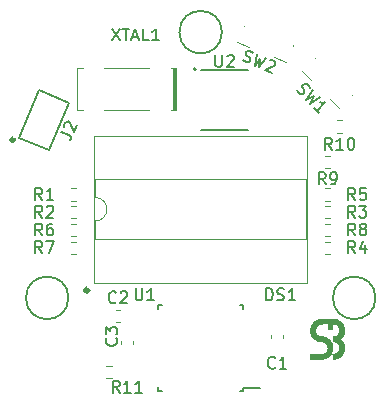
<source format=gbr>
%TF.GenerationSoftware,KiCad,Pcbnew,7.0.10*%
%TF.CreationDate,2025-02-13T20:32:26+01:00*%
%TF.ProjectId,Retro_Bubble_LED_Watch,52657472-6f5f-4427-9562-626c655f4c45,1.1*%
%TF.SameCoordinates,Original*%
%TF.FileFunction,Legend,Top*%
%TF.FilePolarity,Positive*%
%FSLAX46Y46*%
G04 Gerber Fmt 4.6, Leading zero omitted, Abs format (unit mm)*
G04 Created by KiCad (PCBNEW 7.0.10) date 2025-02-13 20:32:26*
%MOMM*%
%LPD*%
G01*
G04 APERTURE LIST*
%ADD10C,0.200000*%
%ADD11C,0.150000*%
%ADD12C,0.120000*%
%ADD13C,0.100000*%
%ADD14C,0.127000*%
%ADD15C,0.350000*%
%ADD16C,0.303999*%
G04 APERTURE END LIST*
D10*
X139550000Y-107250000D02*
G75*
G03*
X135950000Y-107250000I-1800000J0D01*
G01*
X135950000Y-107250000D02*
G75*
G03*
X139550000Y-107250000I1800000J0D01*
G01*
X152550000Y-84750000D02*
G75*
G03*
X148950000Y-84750000I-1800000J0D01*
G01*
X148950000Y-84750000D02*
G75*
G03*
X152550000Y-84750000I1800000J0D01*
G01*
X165550000Y-107250000D02*
G75*
G03*
X161950000Y-107250000I-1800000J0D01*
G01*
X161950000Y-107250000D02*
G75*
G03*
X165550000Y-107250000I1800000J0D01*
G01*
D11*
X161857142Y-94704819D02*
X161523809Y-94228628D01*
X161285714Y-94704819D02*
X161285714Y-93704819D01*
X161285714Y-93704819D02*
X161666666Y-93704819D01*
X161666666Y-93704819D02*
X161761904Y-93752438D01*
X161761904Y-93752438D02*
X161809523Y-93800057D01*
X161809523Y-93800057D02*
X161857142Y-93895295D01*
X161857142Y-93895295D02*
X161857142Y-94038152D01*
X161857142Y-94038152D02*
X161809523Y-94133390D01*
X161809523Y-94133390D02*
X161761904Y-94181009D01*
X161761904Y-94181009D02*
X161666666Y-94228628D01*
X161666666Y-94228628D02*
X161285714Y-94228628D01*
X162809523Y-94704819D02*
X162238095Y-94704819D01*
X162523809Y-94704819D02*
X162523809Y-93704819D01*
X162523809Y-93704819D02*
X162428571Y-93847676D01*
X162428571Y-93847676D02*
X162333333Y-93942914D01*
X162333333Y-93942914D02*
X162238095Y-93990533D01*
X163428571Y-93704819D02*
X163523809Y-93704819D01*
X163523809Y-93704819D02*
X163619047Y-93752438D01*
X163619047Y-93752438D02*
X163666666Y-93800057D01*
X163666666Y-93800057D02*
X163714285Y-93895295D01*
X163714285Y-93895295D02*
X163761904Y-94085771D01*
X163761904Y-94085771D02*
X163761904Y-94323866D01*
X163761904Y-94323866D02*
X163714285Y-94514342D01*
X163714285Y-94514342D02*
X163666666Y-94609580D01*
X163666666Y-94609580D02*
X163619047Y-94657200D01*
X163619047Y-94657200D02*
X163523809Y-94704819D01*
X163523809Y-94704819D02*
X163428571Y-94704819D01*
X163428571Y-94704819D02*
X163333333Y-94657200D01*
X163333333Y-94657200D02*
X163285714Y-94609580D01*
X163285714Y-94609580D02*
X163238095Y-94514342D01*
X163238095Y-94514342D02*
X163190476Y-94323866D01*
X163190476Y-94323866D02*
X163190476Y-94085771D01*
X163190476Y-94085771D02*
X163238095Y-93895295D01*
X163238095Y-93895295D02*
X163285714Y-93800057D01*
X163285714Y-93800057D02*
X163333333Y-93752438D01*
X163333333Y-93752438D02*
X163428571Y-93704819D01*
X137333333Y-98954819D02*
X137000000Y-98478628D01*
X136761905Y-98954819D02*
X136761905Y-97954819D01*
X136761905Y-97954819D02*
X137142857Y-97954819D01*
X137142857Y-97954819D02*
X137238095Y-98002438D01*
X137238095Y-98002438D02*
X137285714Y-98050057D01*
X137285714Y-98050057D02*
X137333333Y-98145295D01*
X137333333Y-98145295D02*
X137333333Y-98288152D01*
X137333333Y-98288152D02*
X137285714Y-98383390D01*
X137285714Y-98383390D02*
X137238095Y-98431009D01*
X137238095Y-98431009D02*
X137142857Y-98478628D01*
X137142857Y-98478628D02*
X136761905Y-98478628D01*
X138285714Y-98954819D02*
X137714286Y-98954819D01*
X138000000Y-98954819D02*
X138000000Y-97954819D01*
X138000000Y-97954819D02*
X137904762Y-98097676D01*
X137904762Y-98097676D02*
X137809524Y-98192914D01*
X137809524Y-98192914D02*
X137714286Y-98240533D01*
X163833333Y-103454819D02*
X163500000Y-102978628D01*
X163261905Y-103454819D02*
X163261905Y-102454819D01*
X163261905Y-102454819D02*
X163642857Y-102454819D01*
X163642857Y-102454819D02*
X163738095Y-102502438D01*
X163738095Y-102502438D02*
X163785714Y-102550057D01*
X163785714Y-102550057D02*
X163833333Y-102645295D01*
X163833333Y-102645295D02*
X163833333Y-102788152D01*
X163833333Y-102788152D02*
X163785714Y-102883390D01*
X163785714Y-102883390D02*
X163738095Y-102931009D01*
X163738095Y-102931009D02*
X163642857Y-102978628D01*
X163642857Y-102978628D02*
X163261905Y-102978628D01*
X164690476Y-102788152D02*
X164690476Y-103454819D01*
X164452381Y-102407200D02*
X164214286Y-103121485D01*
X164214286Y-103121485D02*
X164833333Y-103121485D01*
X143226190Y-84454819D02*
X143892856Y-85454819D01*
X143892856Y-84454819D02*
X143226190Y-85454819D01*
X144130952Y-84454819D02*
X144702380Y-84454819D01*
X144416666Y-85454819D02*
X144416666Y-84454819D01*
X144988095Y-85169104D02*
X145464285Y-85169104D01*
X144892857Y-85454819D02*
X145226190Y-84454819D01*
X145226190Y-84454819D02*
X145559523Y-85454819D01*
X146369047Y-85454819D02*
X145892857Y-85454819D01*
X145892857Y-85454819D02*
X145892857Y-84454819D01*
X147226190Y-85454819D02*
X146654762Y-85454819D01*
X146940476Y-85454819D02*
X146940476Y-84454819D01*
X146940476Y-84454819D02*
X146845238Y-84597676D01*
X146845238Y-84597676D02*
X146750000Y-84692914D01*
X146750000Y-84692914D02*
X146654762Y-84740533D01*
X137333333Y-101954819D02*
X137000000Y-101478628D01*
X136761905Y-101954819D02*
X136761905Y-100954819D01*
X136761905Y-100954819D02*
X137142857Y-100954819D01*
X137142857Y-100954819D02*
X137238095Y-101002438D01*
X137238095Y-101002438D02*
X137285714Y-101050057D01*
X137285714Y-101050057D02*
X137333333Y-101145295D01*
X137333333Y-101145295D02*
X137333333Y-101288152D01*
X137333333Y-101288152D02*
X137285714Y-101383390D01*
X137285714Y-101383390D02*
X137238095Y-101431009D01*
X137238095Y-101431009D02*
X137142857Y-101478628D01*
X137142857Y-101478628D02*
X136761905Y-101478628D01*
X138190476Y-100954819D02*
X138000000Y-100954819D01*
X138000000Y-100954819D02*
X137904762Y-101002438D01*
X137904762Y-101002438D02*
X137857143Y-101050057D01*
X137857143Y-101050057D02*
X137761905Y-101192914D01*
X137761905Y-101192914D02*
X137714286Y-101383390D01*
X137714286Y-101383390D02*
X137714286Y-101764342D01*
X137714286Y-101764342D02*
X137761905Y-101859580D01*
X137761905Y-101859580D02*
X137809524Y-101907200D01*
X137809524Y-101907200D02*
X137904762Y-101954819D01*
X137904762Y-101954819D02*
X138095238Y-101954819D01*
X138095238Y-101954819D02*
X138190476Y-101907200D01*
X138190476Y-101907200D02*
X138238095Y-101859580D01*
X138238095Y-101859580D02*
X138285714Y-101764342D01*
X138285714Y-101764342D02*
X138285714Y-101526247D01*
X138285714Y-101526247D02*
X138238095Y-101431009D01*
X138238095Y-101431009D02*
X138190476Y-101383390D01*
X138190476Y-101383390D02*
X138095238Y-101335771D01*
X138095238Y-101335771D02*
X137904762Y-101335771D01*
X137904762Y-101335771D02*
X137809524Y-101383390D01*
X137809524Y-101383390D02*
X137761905Y-101431009D01*
X137761905Y-101431009D02*
X137714286Y-101526247D01*
X163833333Y-98954819D02*
X163500000Y-98478628D01*
X163261905Y-98954819D02*
X163261905Y-97954819D01*
X163261905Y-97954819D02*
X163642857Y-97954819D01*
X163642857Y-97954819D02*
X163738095Y-98002438D01*
X163738095Y-98002438D02*
X163785714Y-98050057D01*
X163785714Y-98050057D02*
X163833333Y-98145295D01*
X163833333Y-98145295D02*
X163833333Y-98288152D01*
X163833333Y-98288152D02*
X163785714Y-98383390D01*
X163785714Y-98383390D02*
X163738095Y-98431009D01*
X163738095Y-98431009D02*
X163642857Y-98478628D01*
X163642857Y-98478628D02*
X163261905Y-98478628D01*
X164738095Y-97954819D02*
X164261905Y-97954819D01*
X164261905Y-97954819D02*
X164214286Y-98431009D01*
X164214286Y-98431009D02*
X164261905Y-98383390D01*
X164261905Y-98383390D02*
X164357143Y-98335771D01*
X164357143Y-98335771D02*
X164595238Y-98335771D01*
X164595238Y-98335771D02*
X164690476Y-98383390D01*
X164690476Y-98383390D02*
X164738095Y-98431009D01*
X164738095Y-98431009D02*
X164785714Y-98526247D01*
X164785714Y-98526247D02*
X164785714Y-98764342D01*
X164785714Y-98764342D02*
X164738095Y-98859580D01*
X164738095Y-98859580D02*
X164690476Y-98907200D01*
X164690476Y-98907200D02*
X164595238Y-98954819D01*
X164595238Y-98954819D02*
X164357143Y-98954819D01*
X164357143Y-98954819D02*
X164261905Y-98907200D01*
X164261905Y-98907200D02*
X164214286Y-98859580D01*
X163833333Y-101954819D02*
X163500000Y-101478628D01*
X163261905Y-101954819D02*
X163261905Y-100954819D01*
X163261905Y-100954819D02*
X163642857Y-100954819D01*
X163642857Y-100954819D02*
X163738095Y-101002438D01*
X163738095Y-101002438D02*
X163785714Y-101050057D01*
X163785714Y-101050057D02*
X163833333Y-101145295D01*
X163833333Y-101145295D02*
X163833333Y-101288152D01*
X163833333Y-101288152D02*
X163785714Y-101383390D01*
X163785714Y-101383390D02*
X163738095Y-101431009D01*
X163738095Y-101431009D02*
X163642857Y-101478628D01*
X163642857Y-101478628D02*
X163261905Y-101478628D01*
X164404762Y-101383390D02*
X164309524Y-101335771D01*
X164309524Y-101335771D02*
X164261905Y-101288152D01*
X164261905Y-101288152D02*
X164214286Y-101192914D01*
X164214286Y-101192914D02*
X164214286Y-101145295D01*
X164214286Y-101145295D02*
X164261905Y-101050057D01*
X164261905Y-101050057D02*
X164309524Y-101002438D01*
X164309524Y-101002438D02*
X164404762Y-100954819D01*
X164404762Y-100954819D02*
X164595238Y-100954819D01*
X164595238Y-100954819D02*
X164690476Y-101002438D01*
X164690476Y-101002438D02*
X164738095Y-101050057D01*
X164738095Y-101050057D02*
X164785714Y-101145295D01*
X164785714Y-101145295D02*
X164785714Y-101192914D01*
X164785714Y-101192914D02*
X164738095Y-101288152D01*
X164738095Y-101288152D02*
X164690476Y-101335771D01*
X164690476Y-101335771D02*
X164595238Y-101383390D01*
X164595238Y-101383390D02*
X164404762Y-101383390D01*
X164404762Y-101383390D02*
X164309524Y-101431009D01*
X164309524Y-101431009D02*
X164261905Y-101478628D01*
X164261905Y-101478628D02*
X164214286Y-101573866D01*
X164214286Y-101573866D02*
X164214286Y-101764342D01*
X164214286Y-101764342D02*
X164261905Y-101859580D01*
X164261905Y-101859580D02*
X164309524Y-101907200D01*
X164309524Y-101907200D02*
X164404762Y-101954819D01*
X164404762Y-101954819D02*
X164595238Y-101954819D01*
X164595238Y-101954819D02*
X164690476Y-101907200D01*
X164690476Y-101907200D02*
X164738095Y-101859580D01*
X164738095Y-101859580D02*
X164785714Y-101764342D01*
X164785714Y-101764342D02*
X164785714Y-101573866D01*
X164785714Y-101573866D02*
X164738095Y-101478628D01*
X164738095Y-101478628D02*
X164690476Y-101431009D01*
X164690476Y-101431009D02*
X164595238Y-101383390D01*
X157059333Y-113135580D02*
X157011714Y-113183200D01*
X157011714Y-113183200D02*
X156868857Y-113230819D01*
X156868857Y-113230819D02*
X156773619Y-113230819D01*
X156773619Y-113230819D02*
X156630762Y-113183200D01*
X156630762Y-113183200D02*
X156535524Y-113087961D01*
X156535524Y-113087961D02*
X156487905Y-112992723D01*
X156487905Y-112992723D02*
X156440286Y-112802247D01*
X156440286Y-112802247D02*
X156440286Y-112659390D01*
X156440286Y-112659390D02*
X156487905Y-112468914D01*
X156487905Y-112468914D02*
X156535524Y-112373676D01*
X156535524Y-112373676D02*
X156630762Y-112278438D01*
X156630762Y-112278438D02*
X156773619Y-112230819D01*
X156773619Y-112230819D02*
X156868857Y-112230819D01*
X156868857Y-112230819D02*
X157011714Y-112278438D01*
X157011714Y-112278438D02*
X157059333Y-112326057D01*
X158011714Y-113230819D02*
X157440286Y-113230819D01*
X157726000Y-113230819D02*
X157726000Y-112230819D01*
X157726000Y-112230819D02*
X157630762Y-112373676D01*
X157630762Y-112373676D02*
X157535524Y-112468914D01*
X157535524Y-112468914D02*
X157440286Y-112516533D01*
X151988095Y-86704819D02*
X151988095Y-87514342D01*
X151988095Y-87514342D02*
X152035714Y-87609580D01*
X152035714Y-87609580D02*
X152083333Y-87657200D01*
X152083333Y-87657200D02*
X152178571Y-87704819D01*
X152178571Y-87704819D02*
X152369047Y-87704819D01*
X152369047Y-87704819D02*
X152464285Y-87657200D01*
X152464285Y-87657200D02*
X152511904Y-87609580D01*
X152511904Y-87609580D02*
X152559523Y-87514342D01*
X152559523Y-87514342D02*
X152559523Y-86704819D01*
X152988095Y-86800057D02*
X153035714Y-86752438D01*
X153035714Y-86752438D02*
X153130952Y-86704819D01*
X153130952Y-86704819D02*
X153369047Y-86704819D01*
X153369047Y-86704819D02*
X153464285Y-86752438D01*
X153464285Y-86752438D02*
X153511904Y-86800057D01*
X153511904Y-86800057D02*
X153559523Y-86895295D01*
X153559523Y-86895295D02*
X153559523Y-86990533D01*
X153559523Y-86990533D02*
X153511904Y-87133390D01*
X153511904Y-87133390D02*
X152940476Y-87704819D01*
X152940476Y-87704819D02*
X153559523Y-87704819D01*
X143883142Y-115262819D02*
X143549809Y-114786628D01*
X143311714Y-115262819D02*
X143311714Y-114262819D01*
X143311714Y-114262819D02*
X143692666Y-114262819D01*
X143692666Y-114262819D02*
X143787904Y-114310438D01*
X143787904Y-114310438D02*
X143835523Y-114358057D01*
X143835523Y-114358057D02*
X143883142Y-114453295D01*
X143883142Y-114453295D02*
X143883142Y-114596152D01*
X143883142Y-114596152D02*
X143835523Y-114691390D01*
X143835523Y-114691390D02*
X143787904Y-114739009D01*
X143787904Y-114739009D02*
X143692666Y-114786628D01*
X143692666Y-114786628D02*
X143311714Y-114786628D01*
X144835523Y-115262819D02*
X144264095Y-115262819D01*
X144549809Y-115262819D02*
X144549809Y-114262819D01*
X144549809Y-114262819D02*
X144454571Y-114405676D01*
X144454571Y-114405676D02*
X144359333Y-114500914D01*
X144359333Y-114500914D02*
X144264095Y-114548533D01*
X145787904Y-115262819D02*
X145216476Y-115262819D01*
X145502190Y-115262819D02*
X145502190Y-114262819D01*
X145502190Y-114262819D02*
X145406952Y-114405676D01*
X145406952Y-114405676D02*
X145311714Y-114500914D01*
X145311714Y-114500914D02*
X145216476Y-114548533D01*
X156285714Y-107454819D02*
X156285714Y-106454819D01*
X156285714Y-106454819D02*
X156523809Y-106454819D01*
X156523809Y-106454819D02*
X156666666Y-106502438D01*
X156666666Y-106502438D02*
X156761904Y-106597676D01*
X156761904Y-106597676D02*
X156809523Y-106692914D01*
X156809523Y-106692914D02*
X156857142Y-106883390D01*
X156857142Y-106883390D02*
X156857142Y-107026247D01*
X156857142Y-107026247D02*
X156809523Y-107216723D01*
X156809523Y-107216723D02*
X156761904Y-107311961D01*
X156761904Y-107311961D02*
X156666666Y-107407200D01*
X156666666Y-107407200D02*
X156523809Y-107454819D01*
X156523809Y-107454819D02*
X156285714Y-107454819D01*
X157238095Y-107407200D02*
X157380952Y-107454819D01*
X157380952Y-107454819D02*
X157619047Y-107454819D01*
X157619047Y-107454819D02*
X157714285Y-107407200D01*
X157714285Y-107407200D02*
X157761904Y-107359580D01*
X157761904Y-107359580D02*
X157809523Y-107264342D01*
X157809523Y-107264342D02*
X157809523Y-107169104D01*
X157809523Y-107169104D02*
X157761904Y-107073866D01*
X157761904Y-107073866D02*
X157714285Y-107026247D01*
X157714285Y-107026247D02*
X157619047Y-106978628D01*
X157619047Y-106978628D02*
X157428571Y-106931009D01*
X157428571Y-106931009D02*
X157333333Y-106883390D01*
X157333333Y-106883390D02*
X157285714Y-106835771D01*
X157285714Y-106835771D02*
X157238095Y-106740533D01*
X157238095Y-106740533D02*
X157238095Y-106645295D01*
X157238095Y-106645295D02*
X157285714Y-106550057D01*
X157285714Y-106550057D02*
X157333333Y-106502438D01*
X157333333Y-106502438D02*
X157428571Y-106454819D01*
X157428571Y-106454819D02*
X157666666Y-106454819D01*
X157666666Y-106454819D02*
X157809523Y-106502438D01*
X158761904Y-107454819D02*
X158190476Y-107454819D01*
X158476190Y-107454819D02*
X158476190Y-106454819D01*
X158476190Y-106454819D02*
X158380952Y-106597676D01*
X158380952Y-106597676D02*
X158285714Y-106692914D01*
X158285714Y-106692914D02*
X158190476Y-106740533D01*
X163833333Y-100454819D02*
X163500000Y-99978628D01*
X163261905Y-100454819D02*
X163261905Y-99454819D01*
X163261905Y-99454819D02*
X163642857Y-99454819D01*
X163642857Y-99454819D02*
X163738095Y-99502438D01*
X163738095Y-99502438D02*
X163785714Y-99550057D01*
X163785714Y-99550057D02*
X163833333Y-99645295D01*
X163833333Y-99645295D02*
X163833333Y-99788152D01*
X163833333Y-99788152D02*
X163785714Y-99883390D01*
X163785714Y-99883390D02*
X163738095Y-99931009D01*
X163738095Y-99931009D02*
X163642857Y-99978628D01*
X163642857Y-99978628D02*
X163261905Y-99978628D01*
X164166667Y-99454819D02*
X164785714Y-99454819D01*
X164785714Y-99454819D02*
X164452381Y-99835771D01*
X164452381Y-99835771D02*
X164595238Y-99835771D01*
X164595238Y-99835771D02*
X164690476Y-99883390D01*
X164690476Y-99883390D02*
X164738095Y-99931009D01*
X164738095Y-99931009D02*
X164785714Y-100026247D01*
X164785714Y-100026247D02*
X164785714Y-100264342D01*
X164785714Y-100264342D02*
X164738095Y-100359580D01*
X164738095Y-100359580D02*
X164690476Y-100407200D01*
X164690476Y-100407200D02*
X164595238Y-100454819D01*
X164595238Y-100454819D02*
X164309524Y-100454819D01*
X164309524Y-100454819D02*
X164214286Y-100407200D01*
X164214286Y-100407200D02*
X164166667Y-100359580D01*
X154317008Y-87115959D02*
X154430768Y-87214622D01*
X154430768Y-87214622D02*
X154650739Y-87305737D01*
X154650739Y-87305737D02*
X154756951Y-87298189D01*
X154756951Y-87298189D02*
X154819168Y-87272418D01*
X154819168Y-87272418D02*
X154899608Y-87202652D01*
X154899608Y-87202652D02*
X154936054Y-87114664D01*
X154936054Y-87114664D02*
X154928506Y-87008452D01*
X154928506Y-87008452D02*
X154902735Y-86946235D01*
X154902735Y-86946235D02*
X154832969Y-86865795D01*
X154832969Y-86865795D02*
X154675215Y-86748908D01*
X154675215Y-86748908D02*
X154605450Y-86668468D01*
X154605450Y-86668468D02*
X154579678Y-86606251D01*
X154579678Y-86606251D02*
X154572130Y-86500039D01*
X154572130Y-86500039D02*
X154608576Y-86412051D01*
X154608576Y-86412051D02*
X154689017Y-86342285D01*
X154689017Y-86342285D02*
X154751234Y-86316514D01*
X154751234Y-86316514D02*
X154857445Y-86308966D01*
X154857445Y-86308966D02*
X155077417Y-86400081D01*
X155077417Y-86400081D02*
X155191176Y-86498744D01*
X155517359Y-86582311D02*
X155354647Y-87597306D01*
X155354647Y-87597306D02*
X155803970Y-87010284D01*
X155803970Y-87010284D02*
X155706601Y-87743090D01*
X155706601Y-87743090D02*
X156309256Y-86910325D01*
X156580770Y-87125875D02*
X156642987Y-87100104D01*
X156642987Y-87100104D02*
X156749199Y-87092556D01*
X156749199Y-87092556D02*
X156969170Y-87183671D01*
X156969170Y-87183671D02*
X157038935Y-87264111D01*
X157038935Y-87264111D02*
X157064707Y-87326328D01*
X157064707Y-87326328D02*
X157072255Y-87432540D01*
X157072255Y-87432540D02*
X157035809Y-87520528D01*
X157035809Y-87520528D02*
X156937146Y-87634288D01*
X156937146Y-87634288D02*
X156190538Y-87943543D01*
X156190538Y-87943543D02*
X156762464Y-88180442D01*
X158930779Y-89683603D02*
X158998122Y-89818290D01*
X158998122Y-89818290D02*
X159166481Y-89986648D01*
X159166481Y-89986648D02*
X159267496Y-90020320D01*
X159267496Y-90020320D02*
X159334840Y-90020320D01*
X159334840Y-90020320D02*
X159435855Y-89986648D01*
X159435855Y-89986648D02*
X159503199Y-89919305D01*
X159503199Y-89919305D02*
X159536870Y-89818290D01*
X159536870Y-89818290D02*
X159536870Y-89750946D01*
X159536870Y-89750946D02*
X159503199Y-89649931D01*
X159503199Y-89649931D02*
X159402183Y-89481572D01*
X159402183Y-89481572D02*
X159368512Y-89380557D01*
X159368512Y-89380557D02*
X159368512Y-89313213D01*
X159368512Y-89313213D02*
X159402183Y-89212198D01*
X159402183Y-89212198D02*
X159469527Y-89144855D01*
X159469527Y-89144855D02*
X159570542Y-89111183D01*
X159570542Y-89111183D02*
X159637886Y-89111183D01*
X159637886Y-89111183D02*
X159738901Y-89144855D01*
X159738901Y-89144855D02*
X159907260Y-89313213D01*
X159907260Y-89313213D02*
X159974603Y-89447900D01*
X160243977Y-89649931D02*
X159705229Y-90525397D01*
X159705229Y-90525397D02*
X160344993Y-90155007D01*
X160344993Y-90155007D02*
X159974603Y-90794771D01*
X159974603Y-90794771D02*
X160850069Y-90256023D01*
X160782725Y-91602892D02*
X160378664Y-91198831D01*
X160580695Y-91400862D02*
X161287801Y-90693755D01*
X161287801Y-90693755D02*
X161119443Y-90727427D01*
X161119443Y-90727427D02*
X160984756Y-90727427D01*
X160984756Y-90727427D02*
X160883740Y-90693755D01*
X161333333Y-97634819D02*
X161000000Y-97158628D01*
X160761905Y-97634819D02*
X160761905Y-96634819D01*
X160761905Y-96634819D02*
X161142857Y-96634819D01*
X161142857Y-96634819D02*
X161238095Y-96682438D01*
X161238095Y-96682438D02*
X161285714Y-96730057D01*
X161285714Y-96730057D02*
X161333333Y-96825295D01*
X161333333Y-96825295D02*
X161333333Y-96968152D01*
X161333333Y-96968152D02*
X161285714Y-97063390D01*
X161285714Y-97063390D02*
X161238095Y-97111009D01*
X161238095Y-97111009D02*
X161142857Y-97158628D01*
X161142857Y-97158628D02*
X160761905Y-97158628D01*
X161809524Y-97634819D02*
X162000000Y-97634819D01*
X162000000Y-97634819D02*
X162095238Y-97587200D01*
X162095238Y-97587200D02*
X162142857Y-97539580D01*
X162142857Y-97539580D02*
X162238095Y-97396723D01*
X162238095Y-97396723D02*
X162285714Y-97206247D01*
X162285714Y-97206247D02*
X162285714Y-96825295D01*
X162285714Y-96825295D02*
X162238095Y-96730057D01*
X162238095Y-96730057D02*
X162190476Y-96682438D01*
X162190476Y-96682438D02*
X162095238Y-96634819D01*
X162095238Y-96634819D02*
X161904762Y-96634819D01*
X161904762Y-96634819D02*
X161809524Y-96682438D01*
X161809524Y-96682438D02*
X161761905Y-96730057D01*
X161761905Y-96730057D02*
X161714286Y-96825295D01*
X161714286Y-96825295D02*
X161714286Y-97063390D01*
X161714286Y-97063390D02*
X161761905Y-97158628D01*
X161761905Y-97158628D02*
X161809524Y-97206247D01*
X161809524Y-97206247D02*
X161904762Y-97253866D01*
X161904762Y-97253866D02*
X162095238Y-97253866D01*
X162095238Y-97253866D02*
X162190476Y-97206247D01*
X162190476Y-97206247D02*
X162238095Y-97158628D01*
X162238095Y-97158628D02*
X162285714Y-97063390D01*
X145238095Y-106454819D02*
X145238095Y-107264342D01*
X145238095Y-107264342D02*
X145285714Y-107359580D01*
X145285714Y-107359580D02*
X145333333Y-107407200D01*
X145333333Y-107407200D02*
X145428571Y-107454819D01*
X145428571Y-107454819D02*
X145619047Y-107454819D01*
X145619047Y-107454819D02*
X145714285Y-107407200D01*
X145714285Y-107407200D02*
X145761904Y-107359580D01*
X145761904Y-107359580D02*
X145809523Y-107264342D01*
X145809523Y-107264342D02*
X145809523Y-106454819D01*
X146809523Y-107454819D02*
X146238095Y-107454819D01*
X146523809Y-107454819D02*
X146523809Y-106454819D01*
X146523809Y-106454819D02*
X146428571Y-106597676D01*
X146428571Y-106597676D02*
X146333333Y-106692914D01*
X146333333Y-106692914D02*
X146238095Y-106740533D01*
X137333333Y-100454819D02*
X137000000Y-99978628D01*
X136761905Y-100454819D02*
X136761905Y-99454819D01*
X136761905Y-99454819D02*
X137142857Y-99454819D01*
X137142857Y-99454819D02*
X137238095Y-99502438D01*
X137238095Y-99502438D02*
X137285714Y-99550057D01*
X137285714Y-99550057D02*
X137333333Y-99645295D01*
X137333333Y-99645295D02*
X137333333Y-99788152D01*
X137333333Y-99788152D02*
X137285714Y-99883390D01*
X137285714Y-99883390D02*
X137238095Y-99931009D01*
X137238095Y-99931009D02*
X137142857Y-99978628D01*
X137142857Y-99978628D02*
X136761905Y-99978628D01*
X137714286Y-99550057D02*
X137761905Y-99502438D01*
X137761905Y-99502438D02*
X137857143Y-99454819D01*
X137857143Y-99454819D02*
X138095238Y-99454819D01*
X138095238Y-99454819D02*
X138190476Y-99502438D01*
X138190476Y-99502438D02*
X138238095Y-99550057D01*
X138238095Y-99550057D02*
X138285714Y-99645295D01*
X138285714Y-99645295D02*
X138285714Y-99740533D01*
X138285714Y-99740533D02*
X138238095Y-99883390D01*
X138238095Y-99883390D02*
X137666667Y-100454819D01*
X137666667Y-100454819D02*
X138285714Y-100454819D01*
X143609580Y-110666666D02*
X143657200Y-110714285D01*
X143657200Y-110714285D02*
X143704819Y-110857142D01*
X143704819Y-110857142D02*
X143704819Y-110952380D01*
X143704819Y-110952380D02*
X143657200Y-111095237D01*
X143657200Y-111095237D02*
X143561961Y-111190475D01*
X143561961Y-111190475D02*
X143466723Y-111238094D01*
X143466723Y-111238094D02*
X143276247Y-111285713D01*
X143276247Y-111285713D02*
X143133390Y-111285713D01*
X143133390Y-111285713D02*
X142942914Y-111238094D01*
X142942914Y-111238094D02*
X142847676Y-111190475D01*
X142847676Y-111190475D02*
X142752438Y-111095237D01*
X142752438Y-111095237D02*
X142704819Y-110952380D01*
X142704819Y-110952380D02*
X142704819Y-110857142D01*
X142704819Y-110857142D02*
X142752438Y-110714285D01*
X142752438Y-110714285D02*
X142800057Y-110666666D01*
X142704819Y-110333332D02*
X142704819Y-109714285D01*
X142704819Y-109714285D02*
X143085771Y-110047618D01*
X143085771Y-110047618D02*
X143085771Y-109904761D01*
X143085771Y-109904761D02*
X143133390Y-109809523D01*
X143133390Y-109809523D02*
X143181009Y-109761904D01*
X143181009Y-109761904D02*
X143276247Y-109714285D01*
X143276247Y-109714285D02*
X143514342Y-109714285D01*
X143514342Y-109714285D02*
X143609580Y-109761904D01*
X143609580Y-109761904D02*
X143657200Y-109809523D01*
X143657200Y-109809523D02*
X143704819Y-109904761D01*
X143704819Y-109904761D02*
X143704819Y-110190475D01*
X143704819Y-110190475D02*
X143657200Y-110285713D01*
X143657200Y-110285713D02*
X143609580Y-110333332D01*
X138945813Y-93166568D02*
X139605727Y-93439913D01*
X139605727Y-93439913D02*
X139719486Y-93538576D01*
X139719486Y-93538576D02*
X139771029Y-93663011D01*
X139771029Y-93663011D02*
X139760354Y-93813217D01*
X139760354Y-93813217D02*
X139723908Y-93901205D01*
X139197809Y-92807065D02*
X139172037Y-92744848D01*
X139172037Y-92744848D02*
X139164489Y-92638636D01*
X139164489Y-92638636D02*
X139255604Y-92418665D01*
X139255604Y-92418665D02*
X139336045Y-92348900D01*
X139336045Y-92348900D02*
X139398262Y-92323128D01*
X139398262Y-92323128D02*
X139504473Y-92315580D01*
X139504473Y-92315580D02*
X139592462Y-92352026D01*
X139592462Y-92352026D02*
X139706222Y-92450689D01*
X139706222Y-92450689D02*
X140015477Y-93197297D01*
X140015477Y-93197297D02*
X140252376Y-92625371D01*
X137333333Y-103454819D02*
X137000000Y-102978628D01*
X136761905Y-103454819D02*
X136761905Y-102454819D01*
X136761905Y-102454819D02*
X137142857Y-102454819D01*
X137142857Y-102454819D02*
X137238095Y-102502438D01*
X137238095Y-102502438D02*
X137285714Y-102550057D01*
X137285714Y-102550057D02*
X137333333Y-102645295D01*
X137333333Y-102645295D02*
X137333333Y-102788152D01*
X137333333Y-102788152D02*
X137285714Y-102883390D01*
X137285714Y-102883390D02*
X137238095Y-102931009D01*
X137238095Y-102931009D02*
X137142857Y-102978628D01*
X137142857Y-102978628D02*
X136761905Y-102978628D01*
X137666667Y-102454819D02*
X138333333Y-102454819D01*
X138333333Y-102454819D02*
X137904762Y-103454819D01*
X143583333Y-107609580D02*
X143535714Y-107657200D01*
X143535714Y-107657200D02*
X143392857Y-107704819D01*
X143392857Y-107704819D02*
X143297619Y-107704819D01*
X143297619Y-107704819D02*
X143154762Y-107657200D01*
X143154762Y-107657200D02*
X143059524Y-107561961D01*
X143059524Y-107561961D02*
X143011905Y-107466723D01*
X143011905Y-107466723D02*
X142964286Y-107276247D01*
X142964286Y-107276247D02*
X142964286Y-107133390D01*
X142964286Y-107133390D02*
X143011905Y-106942914D01*
X143011905Y-106942914D02*
X143059524Y-106847676D01*
X143059524Y-106847676D02*
X143154762Y-106752438D01*
X143154762Y-106752438D02*
X143297619Y-106704819D01*
X143297619Y-106704819D02*
X143392857Y-106704819D01*
X143392857Y-106704819D02*
X143535714Y-106752438D01*
X143535714Y-106752438D02*
X143583333Y-106800057D01*
X143964286Y-106800057D02*
X144011905Y-106752438D01*
X144011905Y-106752438D02*
X144107143Y-106704819D01*
X144107143Y-106704819D02*
X144345238Y-106704819D01*
X144345238Y-106704819D02*
X144440476Y-106752438D01*
X144440476Y-106752438D02*
X144488095Y-106800057D01*
X144488095Y-106800057D02*
X144535714Y-106895295D01*
X144535714Y-106895295D02*
X144535714Y-106990533D01*
X144535714Y-106990533D02*
X144488095Y-107133390D01*
X144488095Y-107133390D02*
X143916667Y-107704819D01*
X143916667Y-107704819D02*
X144535714Y-107704819D01*
D12*
%TO.C,R10*%
X162737258Y-93272500D02*
X162262742Y-93272500D01*
X162737258Y-92227500D02*
X162262742Y-92227500D01*
%TO.C,R1*%
X139762742Y-97977500D02*
X140237258Y-97977500D01*
X139762742Y-99022500D02*
X140237258Y-99022500D01*
%TO.C,R4*%
X161737258Y-103522500D02*
X161262742Y-103522500D01*
X161737258Y-102477500D02*
X161262742Y-102477500D01*
%TO.C,XTAL1*%
X148700000Y-91362500D02*
X148230000Y-91362500D01*
X148700000Y-87762500D02*
X148700000Y-91362500D01*
X148700000Y-87762500D02*
X148230000Y-87762500D01*
X146400000Y-91362500D02*
X142600000Y-91362500D01*
X142600000Y-87762500D02*
X146400000Y-87762500D01*
X140770000Y-91362500D02*
X140300000Y-91362500D01*
X140300000Y-91362500D02*
X140300000Y-87762500D01*
X140300000Y-87762500D02*
X140770000Y-87762500D01*
D13*
X148700000Y-91362500D02*
X148400000Y-91362500D01*
X148400000Y-91362500D02*
X148400000Y-87762500D01*
X148400000Y-87762500D02*
X148700000Y-87762500D01*
X148700000Y-87762500D02*
X148700000Y-91362500D01*
G36*
X148700000Y-91362500D02*
G01*
X148400000Y-91362500D01*
X148400000Y-87762500D01*
X148700000Y-87762500D01*
X148700000Y-91362500D01*
G37*
D12*
%TO.C,R6*%
X139762742Y-100977500D02*
X140237258Y-100977500D01*
X139762742Y-102022500D02*
X140237258Y-102022500D01*
%TO.C,R5*%
X161737258Y-99022499D02*
X161262742Y-99022499D01*
X161737258Y-97977499D02*
X161262742Y-97977499D01*
%TO.C,R8*%
X161737258Y-102022500D02*
X161262742Y-102022500D01*
X161737258Y-100977500D02*
X161262742Y-100977500D01*
%TO.C,C1*%
X156740000Y-110640580D02*
X156740000Y-110359420D01*
X157760000Y-110640580D02*
X157760000Y-110359420D01*
%TO.C,G\u002A\u002A\u002A*%
G36*
X161512000Y-109004114D02*
G01*
X161624252Y-109004142D01*
X161721722Y-109004203D01*
X161805627Y-109004330D01*
X161877185Y-109004555D01*
X161937611Y-109004913D01*
X161988125Y-109005435D01*
X162029943Y-109006155D01*
X162064283Y-109007106D01*
X162092363Y-109008321D01*
X162115398Y-109009834D01*
X162134608Y-109011676D01*
X162151209Y-109013881D01*
X162166419Y-109016482D01*
X162181455Y-109019512D01*
X162196000Y-109022667D01*
X162319222Y-109057487D01*
X162434942Y-109105783D01*
X162542288Y-109166734D01*
X162640390Y-109239516D01*
X162728375Y-109323308D01*
X162805374Y-109417289D01*
X162870514Y-109520635D01*
X162922927Y-109632525D01*
X162959372Y-109743113D01*
X162983808Y-109864658D01*
X162992818Y-109986825D01*
X162986760Y-110108211D01*
X162965992Y-110227414D01*
X162930870Y-110343033D01*
X162881753Y-110453663D01*
X162818998Y-110557903D01*
X162742962Y-110654351D01*
X162721061Y-110677978D01*
X162657836Y-110743957D01*
X162717576Y-110806487D01*
X162793243Y-110896652D01*
X162858971Y-110997504D01*
X162913089Y-111106031D01*
X162953928Y-111219223D01*
X162961373Y-111246004D01*
X162973445Y-111305531D01*
X162981973Y-111375576D01*
X162986768Y-111451010D01*
X162987643Y-111526708D01*
X162984409Y-111597541D01*
X162976878Y-111658384D01*
X162976584Y-111660000D01*
X162946092Y-111783277D01*
X162901439Y-111900237D01*
X162843267Y-112009768D01*
X162772219Y-112110759D01*
X162688938Y-112202098D01*
X162634881Y-112250549D01*
X162541151Y-112319959D01*
X162441339Y-112378058D01*
X162337804Y-112423834D01*
X162232903Y-112456272D01*
X162128995Y-112474357D01*
X162110626Y-112476006D01*
X162076647Y-112478858D01*
X162045516Y-112481908D01*
X162023476Y-112484540D01*
X162022000Y-112484759D01*
X161996000Y-112488725D01*
X161996000Y-112236362D01*
X161996000Y-111984000D01*
X162026720Y-111984000D01*
X162062274Y-111980533D01*
X162106530Y-111971161D01*
X162154028Y-111957424D01*
X162199307Y-111940863D01*
X162230511Y-111926488D01*
X162277143Y-111896460D01*
X162325421Y-111855715D01*
X162371252Y-111808467D01*
X162410538Y-111758933D01*
X162438860Y-111712000D01*
X162470819Y-111629915D01*
X162487722Y-111547077D01*
X162490362Y-111464918D01*
X162479531Y-111384870D01*
X162456024Y-111308366D01*
X162420632Y-111236837D01*
X162374151Y-111171717D01*
X162317372Y-111114436D01*
X162251090Y-111066428D01*
X162176097Y-111029124D01*
X162093186Y-111003957D01*
X162042000Y-110995511D01*
X161996000Y-110990156D01*
X161996000Y-110744324D01*
X161996000Y-110498492D01*
X162058875Y-110489600D01*
X162146766Y-110470278D01*
X162225657Y-110438078D01*
X162296985Y-110392247D01*
X162362191Y-110332032D01*
X162364303Y-110329738D01*
X162418053Y-110259644D01*
X162457472Y-110182703D01*
X162482172Y-110099918D01*
X162491764Y-110012292D01*
X162491881Y-110000319D01*
X162486225Y-109918968D01*
X162468844Y-109844886D01*
X162440951Y-109777890D01*
X162395083Y-109703622D01*
X162338035Y-109639280D01*
X162271559Y-109586079D01*
X162197407Y-109545235D01*
X162117327Y-109517964D01*
X162050506Y-109506768D01*
X161996000Y-109501702D01*
X161996000Y-109750851D01*
X161996000Y-110000000D01*
X161748000Y-110000000D01*
X161500000Y-110000000D01*
X161500000Y-109752000D01*
X161500000Y-109504000D01*
X161221279Y-109504000D01*
X161145623Y-109504070D01*
X161084012Y-109504341D01*
X161034489Y-109504905D01*
X160995099Y-109505853D01*
X160963886Y-109507278D01*
X160938896Y-109509269D01*
X160918173Y-109511920D01*
X160899761Y-109515322D01*
X160881704Y-109519565D01*
X160880089Y-109519977D01*
X160800126Y-109548446D01*
X160726625Y-109590426D01*
X160661235Y-109644184D01*
X160605605Y-109707988D01*
X160561383Y-109780107D01*
X160530219Y-109858808D01*
X160520535Y-109897662D01*
X160509776Y-109980967D01*
X160512895Y-110060145D01*
X160530306Y-110138227D01*
X160562422Y-110218244D01*
X160565004Y-110223535D01*
X160609516Y-110296283D01*
X160665745Y-110359034D01*
X160732308Y-110410980D01*
X160807822Y-110451311D01*
X160890906Y-110479218D01*
X160980176Y-110493894D01*
X161030703Y-110496032D01*
X161119810Y-110501882D01*
X161214779Y-110518542D01*
X161310893Y-110544813D01*
X161403436Y-110579501D01*
X161454801Y-110603608D01*
X161561741Y-110666818D01*
X161658157Y-110741307D01*
X161743549Y-110825880D01*
X161817414Y-110919345D01*
X161879253Y-111020507D01*
X161928565Y-111128174D01*
X161964847Y-111241151D01*
X161987599Y-111358245D01*
X161996320Y-111478262D01*
X161990509Y-111600010D01*
X161969665Y-111722293D01*
X161952021Y-111788000D01*
X161911023Y-111896159D01*
X161855739Y-112000019D01*
X161787689Y-112097777D01*
X161708391Y-112187631D01*
X161619365Y-112267778D01*
X161522129Y-112336413D01*
X161460750Y-112371179D01*
X161370414Y-112413235D01*
X161282095Y-112444215D01*
X161190355Y-112465679D01*
X161089758Y-112479186D01*
X161081445Y-112479945D01*
X161052380Y-112481814D01*
X161011241Y-112483443D01*
X160959622Y-112484833D01*
X160899117Y-112485988D01*
X160831318Y-112486911D01*
X160757819Y-112487604D01*
X160680213Y-112488071D01*
X160600093Y-112488315D01*
X160519052Y-112488339D01*
X160438683Y-112488145D01*
X160360580Y-112487737D01*
X160286336Y-112487118D01*
X160217544Y-112486291D01*
X160155796Y-112485259D01*
X160102688Y-112484024D01*
X160059810Y-112482591D01*
X160028758Y-112480961D01*
X160011123Y-112479138D01*
X160007626Y-112477912D01*
X160006721Y-112467629D01*
X160006030Y-112443414D01*
X160005569Y-112407334D01*
X160005353Y-112361455D01*
X160005395Y-112307844D01*
X160005709Y-112248568D01*
X160005878Y-112227912D01*
X160008000Y-111988000D01*
X160556000Y-111983853D01*
X160663855Y-111983010D01*
X160756913Y-111982208D01*
X160836378Y-111981408D01*
X160903450Y-111980573D01*
X160959334Y-111979664D01*
X161005231Y-111978644D01*
X161042345Y-111977473D01*
X161071879Y-111976116D01*
X161095034Y-111974533D01*
X161113015Y-111972686D01*
X161127023Y-111970538D01*
X161138261Y-111968051D01*
X161147932Y-111965186D01*
X161148000Y-111965164D01*
X161227334Y-111931075D01*
X161298788Y-111884739D01*
X161361176Y-111827878D01*
X161413313Y-111762210D01*
X161454015Y-111689457D01*
X161482097Y-111611338D01*
X161496375Y-111529574D01*
X161496790Y-111458747D01*
X161482834Y-111370438D01*
X161455069Y-111288882D01*
X161414622Y-111215089D01*
X161362617Y-111150071D01*
X161300182Y-111094840D01*
X161228442Y-111050408D01*
X161148523Y-111017787D01*
X161061551Y-110997988D01*
X160977296Y-110991967D01*
X160894607Y-110986717D01*
X160805359Y-110971907D01*
X160714758Y-110948823D01*
X160628011Y-110918748D01*
X160564000Y-110890071D01*
X160455011Y-110826448D01*
X160355994Y-110751081D01*
X160267765Y-110665065D01*
X160191143Y-110569494D01*
X160126945Y-110465463D01*
X160075991Y-110354068D01*
X160039097Y-110236405D01*
X160024917Y-110168379D01*
X160016939Y-110103935D01*
X160012977Y-110030933D01*
X160013042Y-109955521D01*
X160017142Y-109883847D01*
X160024383Y-109827082D01*
X160053206Y-109707034D01*
X160096205Y-109593137D01*
X160152423Y-109486349D01*
X160220903Y-109387627D01*
X160300688Y-109297930D01*
X160390819Y-109218215D01*
X160490341Y-109149440D01*
X160598295Y-109092563D01*
X160713724Y-109048543D01*
X160832000Y-109019018D01*
X160848021Y-109016184D01*
X160864587Y-109013728D01*
X160882912Y-109011625D01*
X160904214Y-109009848D01*
X160929709Y-109008369D01*
X160960615Y-109007163D01*
X160998148Y-109006203D01*
X161043524Y-109005462D01*
X161097960Y-109004913D01*
X161162674Y-109004530D01*
X161238881Y-109004286D01*
X161327799Y-109004155D01*
X161430644Y-109004109D01*
X161512000Y-109004114D01*
G37*
D14*
%TO.C,U2*%
X150750000Y-87980000D02*
X154750000Y-87980000D01*
X150750000Y-93020000D02*
X154750000Y-93020000D01*
D10*
X150350000Y-87900000D02*
G75*
G03*
X150150000Y-87900000I-100000J0D01*
G01*
X150150000Y-87900000D02*
G75*
G03*
X150350000Y-87900000I100000J0D01*
G01*
D12*
%TO.C,R11*%
X143237258Y-114022500D02*
X142762742Y-114022500D01*
X143237258Y-112977500D02*
X142762742Y-112977500D01*
%TO.C,DS1*%
X141740000Y-105985000D02*
X159760000Y-105985000D01*
X159760000Y-105985000D02*
X159760000Y-93515000D01*
X141800000Y-102285000D02*
X159700000Y-102285000D01*
X159700000Y-102285000D02*
X159700000Y-97215000D01*
X141800000Y-100750000D02*
X141800000Y-102285000D01*
X141800000Y-97215000D02*
X141800000Y-98750000D01*
X159700000Y-97215000D02*
X141800000Y-97215000D01*
X141740000Y-93515000D02*
X141740000Y-105985000D01*
X159760000Y-93515000D02*
X141740000Y-93515000D01*
X141800000Y-100750000D02*
G75*
G03*
X141800000Y-98750000I0J1000000D01*
G01*
D15*
X141273000Y-106608000D02*
G75*
G03*
X140923000Y-106608000I-175000J0D01*
G01*
X140923000Y-106608000D02*
G75*
G03*
X141273000Y-106608000I175000J0D01*
G01*
D12*
%TO.C,R3*%
X161737258Y-100522500D02*
X161262742Y-100522500D01*
X161737258Y-99477500D02*
X161262742Y-99477500D01*
%TO.C,SW2*%
X157944788Y-87286982D02*
X156928520Y-86866031D01*
X158526466Y-85882686D02*
X158557081Y-85808775D01*
X154877508Y-86016473D02*
X153861240Y-85595522D01*
X154442919Y-84191225D02*
X154473534Y-84117314D01*
%TO.C,SW1*%
X162459619Y-91165793D02*
X161681802Y-90387975D01*
X163534422Y-90090990D02*
X163590990Y-90034422D01*
X160112025Y-88818198D02*
X159334207Y-88040381D01*
X160409010Y-86965578D02*
X160465578Y-86909010D01*
%TO.C,R9*%
X161737258Y-96272500D02*
X161262742Y-96272500D01*
X161737258Y-95227500D02*
X161262742Y-95227500D01*
D11*
%TO.C,U1*%
X154375000Y-115125000D02*
X154375000Y-114900000D01*
X154375000Y-115125000D02*
X154050000Y-115125000D01*
X154375000Y-114900000D02*
X155800000Y-114900000D01*
X154375000Y-107875000D02*
X154375000Y-108200000D01*
X154375000Y-107875000D02*
X154050000Y-107875000D01*
X147125000Y-115125000D02*
X147450000Y-115125000D01*
X147125000Y-115125000D02*
X147125000Y-114800000D01*
X147125000Y-107875000D02*
X147450000Y-107875000D01*
X147125000Y-107875000D02*
X147125000Y-108200000D01*
D12*
%TO.C,R2*%
X139762742Y-99477500D02*
X140237258Y-99477500D01*
X139762742Y-100522500D02*
X140237258Y-100522500D01*
%TO.C,C3*%
X145010000Y-110859420D02*
X145010000Y-111140580D01*
X143990000Y-110859420D02*
X143990000Y-111140580D01*
D11*
%TO.C,J2*%
X135402856Y-93674682D02*
X137055130Y-89685740D01*
X137055130Y-89685740D02*
X139574550Y-90729317D01*
X139574550Y-90729317D02*
X137922276Y-94718260D01*
X137922276Y-94718260D02*
X135402856Y-93674682D01*
D16*
X134995002Y-93855607D02*
G75*
G03*
X134691004Y-93855607I-151999J0D01*
G01*
X134691004Y-93855607D02*
G75*
G03*
X134995002Y-93855607I151999J0D01*
G01*
D12*
%TO.C,R7*%
X139762742Y-102477500D02*
X140237258Y-102477500D01*
X139762742Y-103522500D02*
X140237258Y-103522500D01*
%TO.C,C2*%
X143890580Y-109260000D02*
X143609420Y-109260000D01*
X143890580Y-108240000D02*
X143609420Y-108240000D01*
%TD*%
M02*

</source>
